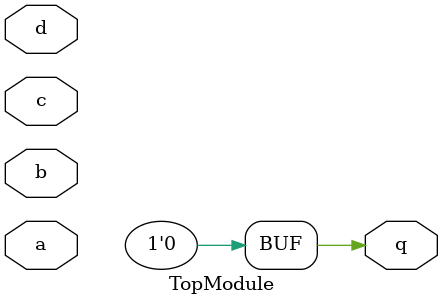
<source format=v>
module TopModule (
  input a,
  input b,
  input c,
  input d,
  output q
);

  // Module body - leave empty or add minimal placeholder
  assign q = 0;  // Example: Always assign 0 to q.  Remove if not needed.

endmodule
</source>
